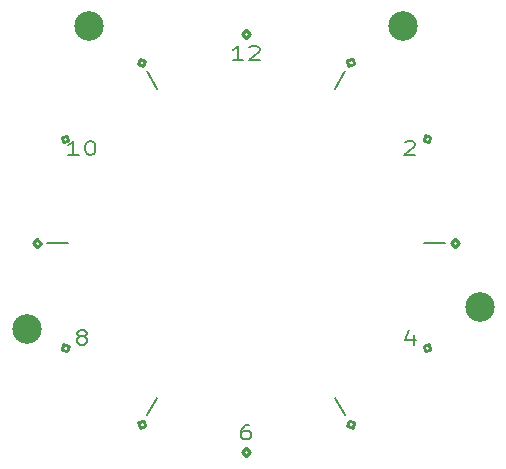
<source format=gbr>
%TF.GenerationSoftware,KiCad,Pcbnew,6.0.7-1.fc35*%
%TF.CreationDate,2022-12-05T16:38:58+01:00*%
%TF.ProjectId,Ring,52696e67-2e6b-4696-9361-645f70636258,rev?*%
%TF.SameCoordinates,Original*%
%TF.FileFunction,Copper,L1,Top*%
%TF.FilePolarity,Positive*%
%FSLAX46Y46*%
G04 Gerber Fmt 4.6, Leading zero omitted, Abs format (unit mm)*
G04 Created by KiCad (PCBNEW 6.0.7-1.fc35) date 2022-12-05 16:38:58*
%MOMM*%
%LPD*%
G01*
G04 APERTURE LIST*
%TA.AperFunction,NonConductor*%
%ADD10C,0.250000*%
%TD*%
%ADD11C,0.200000*%
%TA.AperFunction,NonConductor*%
%ADD12C,0.200000*%
%TD*%
%TA.AperFunction,ViaPad*%
%ADD13C,2.500000*%
%TD*%
G04 APERTURE END LIST*
D10*
X141995551Y-79941350D02*
X142451339Y-80070799D01*
X166754438Y-104115000D02*
X166638650Y-103655551D01*
X133450000Y-94770000D02*
X133780000Y-95110000D01*
X168840000Y-94760000D02*
X168500000Y-95090000D01*
X160155000Y-79485562D02*
X159695551Y-79601350D01*
X133440000Y-95440000D02*
X133780000Y-95110000D01*
X166754438Y-86085000D02*
X166298650Y-85955551D01*
X166638650Y-103655551D02*
X166179201Y-103771339D01*
X142580788Y-79615011D02*
X142451339Y-80070799D01*
X151140000Y-113130000D02*
X151480000Y-112800000D01*
X135641350Y-86544449D02*
X136100799Y-86428661D01*
X135525562Y-104115000D02*
X135981350Y-104244449D01*
X166638650Y-103655551D02*
X166179201Y-103771339D01*
X151140000Y-77070000D02*
X151470000Y-77410000D01*
X166754438Y-86085000D02*
X166624989Y-86540788D01*
X166754438Y-104115000D02*
X166294989Y-104230788D01*
X141995551Y-79941350D02*
X142451339Y-80070799D01*
X151140000Y-113130000D02*
X151480000Y-112800000D01*
X135525562Y-86085000D02*
X135641350Y-86544449D01*
X150800000Y-77400000D02*
X151130000Y-77740000D01*
X160284449Y-110258650D02*
X159828661Y-110129201D01*
X166754438Y-86085000D02*
X166298650Y-85955551D01*
X135525562Y-86085000D02*
X135985011Y-85969212D01*
X166754438Y-104115000D02*
X166638650Y-103655551D01*
X133440000Y-95440000D02*
X133780000Y-95110000D01*
X168840000Y-94760000D02*
X168500000Y-95090000D01*
X160284449Y-110258650D02*
X159828661Y-110129201D01*
X159695551Y-79601350D02*
X159811339Y-80060799D01*
X142009212Y-110254989D02*
X142468661Y-110139201D01*
X169170000Y-95100000D02*
X168840000Y-94760000D01*
X141995551Y-79941350D02*
X142451339Y-80070799D01*
X135981350Y-104244449D02*
X136110799Y-103788661D01*
X135985011Y-85969212D02*
X136100799Y-86428661D01*
X142580788Y-79615011D02*
X142451339Y-80070799D01*
X151140000Y-77070000D02*
X150800000Y-77400000D01*
X166624989Y-86540788D02*
X166169201Y-86411339D01*
X160155000Y-110714438D02*
X160284449Y-110258650D01*
X166298650Y-85955551D02*
X166169201Y-86411339D01*
X142125000Y-79485562D02*
X141995551Y-79941350D01*
X160270788Y-79945011D02*
X159811339Y-80060799D01*
X159699212Y-110584989D02*
X159828661Y-110129201D01*
X151470000Y-77410000D02*
X151130000Y-77740000D01*
X166298650Y-85955551D02*
X166169201Y-86411339D01*
X166294989Y-104230788D02*
X166179201Y-103771339D01*
X151480000Y-112800000D02*
X151150000Y-112460000D01*
X160270788Y-79945011D02*
X159811339Y-80060799D01*
X150810000Y-112790000D02*
X151150000Y-112460000D01*
X166754438Y-104115000D02*
X166638650Y-103655551D01*
X135641350Y-86544449D02*
X136100799Y-86428661D01*
X142125000Y-110714438D02*
X142009212Y-110254989D01*
X160155000Y-79485562D02*
X159695551Y-79601350D01*
X168840000Y-94760000D02*
X168500000Y-95090000D01*
X135525562Y-104115000D02*
X135981350Y-104244449D01*
X159695551Y-79601350D02*
X159811339Y-80060799D01*
X151470000Y-77410000D02*
X151130000Y-77740000D01*
X168830000Y-95430000D02*
X168500000Y-95090000D01*
X142584449Y-110598650D02*
X142468661Y-110139201D01*
X169170000Y-95100000D02*
X168840000Y-94760000D01*
X133450000Y-94770000D02*
X133780000Y-95110000D01*
X150810000Y-112790000D02*
X151150000Y-112460000D01*
X166298650Y-85955551D02*
X166169201Y-86411339D01*
X166638650Y-103655551D02*
X166179201Y-103771339D01*
X159695551Y-79601350D02*
X159811339Y-80060799D01*
X160155000Y-110714438D02*
X160284449Y-110258650D01*
X168830000Y-95430000D02*
X168500000Y-95090000D01*
X142125000Y-110714438D02*
X142584449Y-110598650D01*
X135655011Y-103659212D02*
X136110799Y-103788661D01*
X135981350Y-104244449D02*
X136110799Y-103788661D01*
X160284449Y-110258650D02*
X159828661Y-110129201D01*
X169170000Y-95100000D02*
X168830000Y-95430000D01*
X135655011Y-103659212D02*
X136110799Y-103788661D01*
X142125000Y-110714438D02*
X142584449Y-110598650D01*
X133110000Y-95100000D02*
X133440000Y-95440000D01*
X151140000Y-113130000D02*
X150810000Y-112790000D01*
X166294989Y-104230788D02*
X166179201Y-103771339D01*
X133110000Y-95100000D02*
X133440000Y-95440000D01*
X133110000Y-95100000D02*
X133450000Y-94770000D01*
X151470000Y-77410000D02*
X151130000Y-77740000D01*
X142009212Y-110254989D02*
X142468661Y-110139201D01*
X160155000Y-79485562D02*
X160270788Y-79945011D01*
X133450000Y-94770000D02*
X133780000Y-95110000D01*
X142584449Y-110598650D02*
X142468661Y-110139201D01*
X160270788Y-79945011D02*
X159811339Y-80060799D01*
X135525562Y-104115000D02*
X135655011Y-103659212D01*
X135985011Y-85969212D02*
X136100799Y-86428661D01*
X168830000Y-95430000D02*
X168500000Y-95090000D01*
X151140000Y-77070000D02*
X150800000Y-77400000D01*
X142584449Y-110598650D02*
X142468661Y-110139201D01*
X142580788Y-79615011D02*
X142451339Y-80070799D01*
X135525562Y-104115000D02*
X135981350Y-104244449D01*
X151140000Y-77070000D02*
X150800000Y-77400000D01*
X142009212Y-110254989D02*
X142468661Y-110139201D01*
X151140000Y-113130000D02*
X151480000Y-112800000D01*
X159699212Y-110584989D02*
X159828661Y-110129201D01*
X151480000Y-112800000D02*
X151150000Y-112460000D01*
X135985011Y-85969212D02*
X136100799Y-86428661D01*
X169170000Y-95100000D02*
X168840000Y-94760000D01*
X166754438Y-86085000D02*
X166298650Y-85955551D01*
X135981350Y-104244449D02*
X136110799Y-103788661D01*
X135525562Y-86085000D02*
X135641350Y-86544449D01*
X135525562Y-86085000D02*
X135641350Y-86544449D01*
X142125000Y-79485562D02*
X141995551Y-79941350D01*
X166624989Y-86540788D02*
X166169201Y-86411339D01*
X142125000Y-79485562D02*
X141995551Y-79941350D01*
X151480000Y-112800000D02*
X151150000Y-112460000D01*
X160155000Y-79485562D02*
X159695551Y-79601350D01*
X135641350Y-86544449D02*
X136100799Y-86428661D01*
X142125000Y-110714438D02*
X142584449Y-110598650D01*
X159699212Y-110584989D02*
X159828661Y-110129201D01*
X160155000Y-110714438D02*
X159699212Y-110584989D01*
X135655011Y-103659212D02*
X136110799Y-103788661D01*
X142125000Y-79485562D02*
X142580788Y-79615011D01*
X150800000Y-77400000D02*
X151130000Y-77740000D01*
X166624989Y-86540788D02*
X166169201Y-86411339D01*
X166294989Y-104230788D02*
X166179201Y-103771339D01*
X150810000Y-112790000D02*
X151150000Y-112460000D01*
X150800000Y-77400000D02*
X151130000Y-77740000D01*
X160155000Y-110714438D02*
X160284449Y-110258650D01*
X133110000Y-95100000D02*
X133440000Y-95440000D01*
X133440000Y-95440000D02*
X133780000Y-95110000D01*
D11*
D12*
X137097434Y-102982142D02*
X136954577Y-102925000D01*
X136883149Y-102867857D01*
X136811720Y-102753571D01*
X136811720Y-102696428D01*
X136883149Y-102582142D01*
X136954577Y-102525000D01*
X137097434Y-102467857D01*
X137383149Y-102467857D01*
X137526006Y-102525000D01*
X137597434Y-102582142D01*
X137668863Y-102696428D01*
X137668863Y-102753571D01*
X137597434Y-102867857D01*
X137526006Y-102925000D01*
X137383149Y-102982142D01*
X137097434Y-102982142D01*
X136954577Y-103039285D01*
X136883149Y-103096428D01*
X136811720Y-103210714D01*
X136811720Y-103439285D01*
X136883149Y-103553571D01*
X136954577Y-103610714D01*
X137097434Y-103667857D01*
X137383149Y-103667857D01*
X137526006Y-103610714D01*
X137597434Y-103553571D01*
X137668863Y-103439285D01*
X137668863Y-103210714D01*
X137597434Y-103096428D01*
X137526006Y-103039285D01*
X137383149Y-102982142D01*
D11*
D12*
X143586428Y-108183169D02*
X142729285Y-109667784D01*
D11*
D12*
X158693571Y-108183169D02*
X159550714Y-109667784D01*
D11*
D12*
X151425714Y-110492857D02*
X151140000Y-110492857D01*
X150997142Y-110550000D01*
X150925714Y-110607142D01*
X150782857Y-110778571D01*
X150711428Y-111007142D01*
X150711428Y-111464285D01*
X150782857Y-111578571D01*
X150854285Y-111635714D01*
X150997142Y-111692857D01*
X151282857Y-111692857D01*
X151425714Y-111635714D01*
X151497142Y-111578571D01*
X151568571Y-111464285D01*
X151568571Y-111178571D01*
X151497142Y-111064285D01*
X151425714Y-111007142D01*
X151282857Y-110950000D01*
X150997142Y-110950000D01*
X150854285Y-111007142D01*
X150782857Y-111064285D01*
X150711428Y-111178571D01*
D11*
D12*
X136032857Y-95100000D02*
X134318571Y-95100000D01*
D11*
D12*
X143586428Y-82016830D02*
X142729285Y-80532215D01*
D11*
D12*
X158693571Y-82016830D02*
X159550714Y-80532215D01*
D11*
D12*
X166247142Y-95100000D02*
X167961428Y-95100000D01*
D11*
D12*
X164611136Y-86532142D02*
X164682565Y-86475000D01*
X164825422Y-86417857D01*
X165182565Y-86417857D01*
X165325422Y-86475000D01*
X165396850Y-86532142D01*
X165468279Y-86646428D01*
X165468279Y-86760714D01*
X165396850Y-86932142D01*
X164539708Y-87617857D01*
X165468279Y-87617857D01*
D11*
D12*
X165325422Y-102867857D02*
X165325422Y-103667857D01*
X164968279Y-102410714D02*
X164611136Y-103267857D01*
X165539708Y-103267857D01*
D11*
D12*
X136954577Y-87617857D02*
X136097434Y-87617857D01*
X136526006Y-87617857D02*
X136526006Y-86417857D01*
X136383149Y-86589285D01*
X136240292Y-86703571D01*
X136097434Y-86760714D01*
X137883149Y-86417857D02*
X138026006Y-86417857D01*
X138168863Y-86475000D01*
X138240292Y-86532142D01*
X138311720Y-86646428D01*
X138383149Y-86875000D01*
X138383149Y-87160714D01*
X138311720Y-87389285D01*
X138240292Y-87503571D01*
X138168863Y-87560714D01*
X138026006Y-87617857D01*
X137883149Y-87617857D01*
X137740292Y-87560714D01*
X137668863Y-87503571D01*
X137597434Y-87389285D01*
X137526006Y-87160714D01*
X137526006Y-86875000D01*
X137597434Y-86646428D01*
X137668863Y-86532142D01*
X137740292Y-86475000D01*
X137883149Y-86417857D01*
D11*
D12*
X150854285Y-79592857D02*
X149997142Y-79592857D01*
X150425714Y-79592857D02*
X150425714Y-78392857D01*
X150282857Y-78564285D01*
X150140000Y-78678571D01*
X149997142Y-78735714D01*
X151425714Y-78507142D02*
X151497142Y-78450000D01*
X151640000Y-78392857D01*
X151997142Y-78392857D01*
X152140000Y-78450000D01*
X152211428Y-78507142D01*
X152282857Y-78621428D01*
X152282857Y-78735714D01*
X152211428Y-78907142D01*
X151354285Y-79592857D01*
X152282857Y-79592857D01*
D13*
%TO.N,*%
X170930000Y-100470000D03*
X137820000Y-76680000D03*
X164460000Y-76680000D03*
X132580000Y-102370000D03*
%TD*%
M02*

</source>
